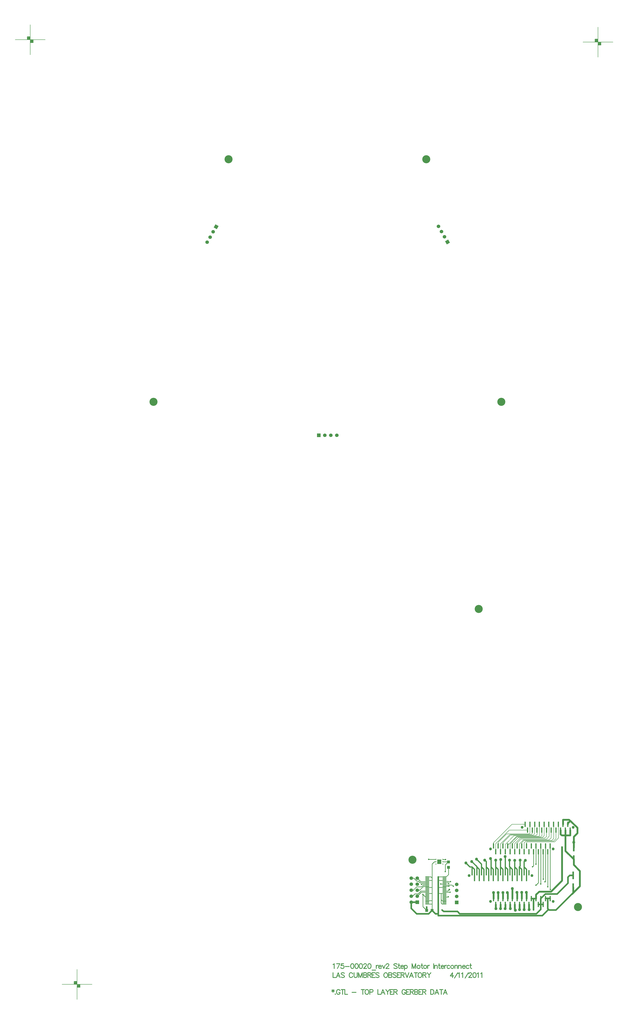
<source format=gtl>
%FSLAX23Y23*%
%MOIN*%
G70*
G01*
G75*
G04 Layer_Physical_Order=1*
G04 Layer_Color=255*
%ADD10R,0.050X0.050*%
%ADD11R,0.022X0.085*%
%ADD12R,0.030X0.125*%
%ADD13O,0.069X0.012*%
%ADD14R,0.071X0.075*%
%ADD15O,0.024X0.010*%
%ADD16R,0.050X0.050*%
%ADD17C,0.010*%
%ADD18C,0.025*%
%ADD19C,0.030*%
%ADD20C,0.020*%
%ADD21C,0.005*%
%ADD22C,0.012*%
%ADD23C,0.008*%
%ADD24C,0.012*%
%ADD25C,0.012*%
%ADD26R,0.059X0.059*%
%ADD27C,0.059*%
%ADD28P,0.084X4X285.0*%
%ADD29C,0.047*%
%ADD30C,0.024*%
%ADD31R,0.059X0.059*%
%ADD32P,0.084X4X165.0*%
%ADD33C,0.134*%
%ADD34C,0.030*%
%ADD35C,0.050*%
D10*
X40620Y20816D02*
D03*
X40710D02*
D03*
D11*
X42323Y21444D02*
D03*
X42244D02*
D03*
X42165D02*
D03*
X42283Y21347D02*
D03*
X42205D02*
D03*
X41378Y21444D02*
D03*
X41417Y21347D02*
D03*
X41457Y21444D02*
D03*
X41496Y21347D02*
D03*
X41535Y21444D02*
D03*
X41575Y21347D02*
D03*
X41614Y21444D02*
D03*
X41654Y21347D02*
D03*
X41693Y21444D02*
D03*
X41732Y21347D02*
D03*
X41772Y21444D02*
D03*
X41811Y21347D02*
D03*
X41850Y21444D02*
D03*
X41890Y21347D02*
D03*
X41929Y21444D02*
D03*
X41969Y21347D02*
D03*
X42008Y21444D02*
D03*
X42047Y21347D02*
D03*
X42087Y21444D02*
D03*
X42126Y21347D02*
D03*
X42261Y22249D02*
D03*
X42301Y22152D02*
D03*
X42340Y22249D02*
D03*
X42379Y22152D02*
D03*
X42419Y22249D02*
D03*
X42458Y22152D02*
D03*
X42498Y22249D02*
D03*
X42537Y22152D02*
D03*
X42576Y22249D02*
D03*
X42616Y22152D02*
D03*
X42655Y22249D02*
D03*
X42694Y22152D02*
D03*
X42734Y22249D02*
D03*
X42773Y22152D02*
D03*
X42813Y22249D02*
D03*
X42852Y22152D02*
D03*
X42891Y22249D02*
D03*
X42931Y22152D02*
D03*
X42970Y22249D02*
D03*
X43009Y22152D02*
D03*
X42678Y21889D02*
D03*
X42599D02*
D03*
X42520D02*
D03*
X42638Y21792D02*
D03*
X42560D02*
D03*
X41733Y21889D02*
D03*
X41772Y21792D02*
D03*
X41812Y21889D02*
D03*
X41851Y21792D02*
D03*
X41890Y21889D02*
D03*
X41930Y21792D02*
D03*
X41969Y21889D02*
D03*
X42009Y21792D02*
D03*
X42048Y21889D02*
D03*
X42087Y21792D02*
D03*
X42127Y21889D02*
D03*
X42166Y21792D02*
D03*
X42205Y21889D02*
D03*
X42245Y21792D02*
D03*
X42284Y21889D02*
D03*
X42324Y21792D02*
D03*
X42363Y21889D02*
D03*
X42402Y21792D02*
D03*
X42442Y21889D02*
D03*
X42481Y21792D02*
D03*
X42678Y21014D02*
D03*
X42599D02*
D03*
X42520D02*
D03*
X42638Y20917D02*
D03*
X42560D02*
D03*
X41733Y21014D02*
D03*
X41772Y20917D02*
D03*
X41812Y21014D02*
D03*
X41851Y20917D02*
D03*
X41890Y21014D02*
D03*
X41930Y20917D02*
D03*
X41969Y21014D02*
D03*
X42009Y20917D02*
D03*
X42048Y21014D02*
D03*
X42087Y20917D02*
D03*
X42127Y21014D02*
D03*
X42166Y20917D02*
D03*
X42205Y21014D02*
D03*
X42245Y20917D02*
D03*
X42284Y21014D02*
D03*
X42324Y20917D02*
D03*
X42363Y21014D02*
D03*
X42402Y20917D02*
D03*
X42442Y21014D02*
D03*
X42481Y20917D02*
D03*
D12*
X43070Y21668D02*
D03*
Y21864D02*
D03*
X43060Y21203D02*
D03*
Y21399D02*
D03*
D13*
X40917Y20922D02*
D03*
Y20942D02*
D03*
Y20962D02*
D03*
Y20981D02*
D03*
Y21001D02*
D03*
Y21021D02*
D03*
Y21040D02*
D03*
Y21060D02*
D03*
Y21080D02*
D03*
Y21099D02*
D03*
X40917Y21119D02*
D03*
X40917Y21139D02*
D03*
Y21158D02*
D03*
Y21178D02*
D03*
Y21198D02*
D03*
Y21217D02*
D03*
Y21237D02*
D03*
Y21257D02*
D03*
Y21276D02*
D03*
Y21296D02*
D03*
Y21316D02*
D03*
Y21336D02*
D03*
Y21355D02*
D03*
Y21375D02*
D03*
X40632Y20922D02*
D03*
Y20942D02*
D03*
Y20962D02*
D03*
Y20981D02*
D03*
Y21001D02*
D03*
Y21021D02*
D03*
Y21040D02*
D03*
Y21060D02*
D03*
Y21080D02*
D03*
Y21099D02*
D03*
Y21119D02*
D03*
Y21139D02*
D03*
Y21158D02*
D03*
Y21178D02*
D03*
Y21198D02*
D03*
Y21217D02*
D03*
Y21237D02*
D03*
Y21257D02*
D03*
Y21276D02*
D03*
Y21296D02*
D03*
Y21316D02*
D03*
Y21336D02*
D03*
Y21355D02*
D03*
Y21375D02*
D03*
D14*
X40832Y21626D02*
D03*
D15*
X40890Y21666D02*
D03*
Y21626D02*
D03*
Y21587D02*
D03*
X40775D02*
D03*
Y21626D02*
D03*
Y21666D02*
D03*
D16*
X40984Y21624D02*
D03*
Y21534D02*
D03*
D17*
X42385Y21542D02*
X42402Y21559D01*
Y21792D01*
X42440Y21587D02*
X42442Y21588D01*
Y21889D01*
X42442Y21237D02*
X42481Y21275D01*
Y21792D01*
X42519Y21257D02*
X42520Y21258D01*
Y21889D01*
X42560Y21340D02*
X42565Y21335D01*
X42560Y21340D02*
Y21792D01*
X42592Y21294D02*
X42599Y21300D01*
Y21889D01*
X42638Y21211D02*
X42638Y21211D01*
Y21792D01*
X42678Y21161D02*
Y21889D01*
X40977Y21274D02*
X40988Y21264D01*
X40977Y21274D02*
Y21276D01*
X40917D02*
X40977D01*
X40973Y21139D02*
X40997Y21163D01*
X40917Y21139D02*
X40973D01*
X40930Y21575D02*
X40981Y21626D01*
X40930Y21463D02*
Y21575D01*
X40917Y21040D02*
X40980D01*
X40982Y21043D01*
X40856Y21257D02*
X40917D01*
X40855Y21256D02*
X40856Y21257D01*
X40557Y21083D02*
X40599Y21040D01*
X40632D01*
X40542Y21257D02*
X40632D01*
X40535Y21251D02*
X40542Y21257D01*
X40557Y20879D02*
Y21083D01*
Y20879D02*
X40620Y20816D01*
X40917Y21375D02*
X40945D01*
X40984Y21414D01*
Y21534D01*
X40710Y21355D02*
Y21589D01*
X40747Y21626D01*
X40775D01*
X40709Y20981D02*
X40710Y20980D01*
Y21355D01*
Y20816D02*
Y20980D01*
X40632Y20981D02*
X40709D01*
X40632Y21316D02*
X40709D01*
X40632Y21198D02*
X40709D01*
X40632Y21099D02*
X40709D01*
X40632Y20922D02*
X40709D01*
X40690Y21375D02*
X40710Y21355D01*
X40632Y21375D02*
X40690D01*
X40816Y21316D02*
X40917D01*
X40815Y21375D02*
X40917D01*
X40813Y21374D02*
X40815Y21375D01*
X42296Y22158D02*
X42301Y22152D01*
X40890Y21626D02*
X40981D01*
X40984Y21624D01*
X40464Y21054D02*
X40530Y21119D01*
X40632D01*
X40364Y21054D02*
X40385D01*
X40425Y21093D01*
X40478D01*
X40523Y21139D02*
X40632D01*
X40478Y21093D02*
X40523Y21139D01*
X40464Y21154D02*
X40502D01*
X40566Y21217D02*
X40632D01*
X40502Y21154D02*
X40566Y21217D01*
X40364Y21154D02*
X40397D01*
X40451Y21208D02*
X40533D01*
X40563Y21237D02*
X40632D01*
X40397Y21154D02*
X40451Y21208D01*
X40533D02*
X40563Y21237D01*
X40364Y21354D02*
X40408D01*
X40458Y21303D01*
X40484D01*
X40511Y21276D01*
X40632D01*
X40464Y21354D02*
X40522Y21296D01*
X40632D01*
X40893Y21663D02*
X40933D01*
X40890Y21666D02*
X40893Y21663D01*
X40656Y21666D02*
X40775D01*
X40655Y21667D02*
X40656Y21666D01*
X42358Y21019D02*
X42363Y21014D01*
X40917Y21218D02*
X40990D01*
X40917Y21217D02*
X40917Y21218D01*
X41017Y21294D02*
X41018Y21295D01*
X40975Y21298D02*
X40979Y21294D01*
X40919Y21298D02*
X40975D01*
X40917Y21296D02*
X40919Y21298D01*
X40979Y21294D02*
X41017D01*
X42678Y21161D02*
X42679Y21163D01*
X40917Y21119D02*
X41010D01*
X40917Y21119D02*
X40917Y21119D01*
X40917Y21237D02*
X40919Y21240D01*
X41042D01*
X41063Y21219D01*
X42479Y20919D02*
X42481Y20917D01*
X42638D02*
X42641Y20915D01*
X42560Y20917D02*
X42561Y20916D01*
X40876Y20981D02*
X40917D01*
X40860Y20997D02*
X40876Y20981D01*
X40815Y21099D02*
X40860D01*
X40917D01*
X40860Y20997D02*
Y21099D01*
X40876Y20922D02*
X40917D01*
X40860Y20938D02*
Y20997D01*
Y20938D02*
X40876Y20922D01*
X40815Y21198D02*
X40917D01*
D18*
X42400Y20917D02*
X42401Y20919D01*
X42400Y20826D02*
Y20917D01*
X42401Y21014D02*
X42442D01*
X42363D02*
X42401D01*
Y20919D02*
Y21014D01*
X42520Y20917D02*
Y21014D01*
Y20917D02*
X42560D01*
X42481D02*
X42520D01*
Y20833D02*
Y20917D01*
X42448Y20761D02*
X42520Y20833D01*
X41172Y20761D02*
X42448D01*
X41135Y20798D02*
X41172Y20761D01*
X42547Y20731D02*
X42649Y20833D01*
X40813Y20731D02*
X42547D01*
X40813D02*
Y21374D01*
X40904Y20798D02*
X41135D01*
X40878Y20824D02*
X40904Y20798D01*
X40620Y20873D02*
X40620Y20872D01*
Y20816D02*
Y20872D01*
X43004Y21399D02*
X43060D01*
X42975Y21370D02*
X43004Y21399D01*
X42975Y21271D02*
Y21370D01*
X42794Y21090D02*
X42975Y21271D01*
X42597Y21090D02*
X42794D01*
X42520Y21014D02*
X42597Y21090D01*
X42675Y21017D02*
X42678Y21014D01*
X42638Y21017D02*
X42675D01*
X42599Y21014D02*
X42602Y21017D01*
X42638D01*
Y20917D02*
Y21017D01*
X40767Y20759D02*
X40813D01*
X42638Y20844D02*
X42649Y20833D01*
X42660Y20822D01*
X40364Y20954D02*
X40464D01*
X40364Y20850D02*
Y20954D01*
Y20850D02*
X40455Y20759D01*
X40654D01*
X40710Y20816D01*
X40767Y20759D01*
X42775Y20822D02*
X43040Y21088D01*
X42660Y20822D02*
X42775D01*
X42638Y20844D02*
Y20917D01*
D19*
X43010Y22307D02*
X43015D01*
X43129Y22193D01*
Y22102D02*
Y22193D01*
X43070Y22043D02*
X43129Y22102D01*
X43070Y21949D02*
Y22043D01*
X42874Y21312D02*
Y21870D01*
X42692Y21131D02*
X42874Y21312D01*
X42494Y21131D02*
X42692D01*
X42442Y21078D02*
X42494Y21131D01*
X42442Y21014D02*
Y21078D01*
X43060Y21108D02*
X43172Y21219D01*
X42869Y22067D02*
X42931D01*
Y21807D02*
Y22067D01*
Y21807D02*
X43070Y21668D01*
Y21575D02*
Y21668D01*
Y21575D02*
X43172Y21473D01*
Y21219D02*
Y21473D01*
X42991Y22326D02*
X43010Y22307D01*
X42892Y22326D02*
X42991D01*
X42891Y22326D02*
X42892Y22326D01*
X42891Y22249D02*
Y22326D01*
X42931Y22067D02*
X43010D01*
X42931D02*
Y22152D01*
X42852Y22083D02*
X42869Y22067D01*
X42852Y22083D02*
Y22152D01*
X41930Y20848D02*
Y20917D01*
X41927Y20846D02*
X41930Y20848D01*
X41851Y20847D02*
Y20917D01*
Y20847D02*
X41852Y20846D01*
X41772Y20846D02*
Y20917D01*
Y20846D02*
X41773Y20846D01*
X42009Y20851D02*
Y20917D01*
Y20851D02*
X42014Y20846D01*
X41733Y21014D02*
Y21112D01*
X41733Y21113D01*
X41812Y21014D02*
Y21112D01*
X41812Y21113D01*
X41890Y21014D02*
Y21112D01*
X41890Y21113D02*
X41890Y21112D01*
X41969Y21014D02*
Y21109D01*
X41965Y21113D02*
X41969Y21109D01*
X42048Y21014D02*
Y21180D01*
X42048Y21180D01*
X42127Y21014D02*
Y21112D01*
X42124Y21115D02*
X42127Y21112D01*
X42205Y21014D02*
Y21113D01*
X42204Y21115D02*
X42205Y21113D01*
X42284Y21014D02*
Y21111D01*
X42280Y21115D02*
X42284Y21111D01*
X43070Y21864D02*
Y21948D01*
X43070Y21949D02*
X43070Y21948D01*
X43060Y21108D02*
Y21203D01*
X43040Y21088D02*
X43060Y21108D01*
X43009Y22067D02*
Y22152D01*
Y22067D02*
X43010Y22067D01*
X42087Y20828D02*
Y20917D01*
Y20828D02*
X42096Y20820D01*
X42166Y20828D02*
Y20917D01*
Y20828D02*
X42166Y20828D01*
X42245Y20828D02*
Y20917D01*
X42244Y20828D02*
X42245Y20828D01*
X42324Y20830D02*
Y20917D01*
Y20830D02*
X42326Y20828D01*
X42970Y22249D02*
Y22266D01*
X43010Y22307D01*
D20*
X41683Y21679D02*
X41693Y21669D01*
Y21539D02*
Y21669D01*
Y21539D02*
X41732Y21500D01*
Y21347D02*
Y21500D01*
X41770Y21653D02*
X41772Y21651D01*
Y21539D02*
Y21651D01*
Y21539D02*
X41811Y21500D01*
Y21347D02*
Y21500D01*
X41850Y21657D02*
X41855Y21662D01*
X41850Y21539D02*
Y21657D01*
Y21539D02*
X41890Y21500D01*
Y21347D02*
Y21500D01*
X41588Y21654D02*
X41614Y21628D01*
Y21539D02*
Y21628D01*
Y21539D02*
X41654Y21500D01*
Y21347D02*
Y21500D01*
X41451Y21671D02*
X41535Y21586D01*
Y21539D02*
Y21586D01*
Y21539D02*
X41575Y21500D01*
Y21347D02*
Y21500D01*
X41370Y21631D02*
X41457Y21545D01*
Y21539D02*
Y21545D01*
Y21539D02*
X41496Y21500D01*
Y21356D02*
Y21500D01*
X41274Y21607D02*
X41342Y21539D01*
X41378D01*
X41417Y21500D01*
X42002Y21544D02*
Y21653D01*
X42047Y21347D02*
Y21500D01*
X42008Y21539D02*
X42047Y21500D01*
X42002Y21544D02*
X42008Y21539D01*
X42087Y21650D02*
X42087Y21651D01*
X42087Y21539D02*
Y21650D01*
Y21539D02*
X42126Y21500D01*
Y21347D02*
Y21500D01*
X42178Y21552D02*
Y21653D01*
X42165Y21539D02*
X42178Y21552D01*
X42165Y21539D02*
X42205Y21500D01*
Y21347D02*
Y21500D01*
X42244Y21629D02*
X42263Y21649D01*
X42244Y21539D02*
Y21629D01*
Y21539D02*
X42283Y21500D01*
Y21347D02*
Y21500D01*
X41969Y21347D02*
Y21500D01*
X41929Y21539D02*
X41969Y21500D01*
X41928Y21713D02*
Y21714D01*
X41378Y21444D02*
Y21539D01*
X41417Y21346D02*
Y21347D01*
Y21500D01*
X41457Y21444D02*
Y21539D01*
X41535Y21444D02*
Y21539D01*
X41614Y21444D02*
Y21539D01*
X41693Y21444D02*
Y21539D01*
X41772Y21444D02*
Y21539D01*
X41850Y21444D02*
Y21539D01*
X41929Y21444D02*
Y21539D01*
X42008Y21444D02*
Y21539D01*
X42087Y21444D02*
Y21539D01*
X42165Y21444D02*
Y21539D01*
X42244Y21444D02*
Y21539D01*
X41929D02*
Y21717D01*
D21*
X42818Y22023D02*
Y22243D01*
X42813Y22249D02*
X42818Y22243D01*
X42773Y22152D02*
X42773Y22152D01*
X42205Y21889D02*
Y21943D01*
X42705Y21979D02*
X42738Y22012D01*
Y22244D01*
X42734Y22249D02*
X42738Y22244D01*
X42694Y22024D02*
Y22152D01*
X42127Y21889D02*
Y21940D01*
X42617Y22004D02*
X42661Y22048D01*
Y22243D01*
X42655Y22249D02*
X42661Y22243D01*
X42127Y21940D02*
X42190Y22004D01*
X42617D01*
X42087Y21792D02*
Y21926D01*
X42616Y22045D02*
Y22152D01*
X42087Y21926D02*
X42179Y22018D01*
X42048Y21889D02*
Y21928D01*
X42147Y22028D01*
X42546D01*
X42009Y21792D02*
Y21923D01*
X42518Y22038D02*
X42539Y22059D01*
Y22150D01*
X42537Y22152D02*
X42539Y22150D01*
X42009Y21923D02*
X42123Y22038D01*
X42518D01*
X41969Y21889D02*
Y21898D01*
X42119Y22048D01*
X42491D02*
X42499Y22056D01*
Y22247D01*
X42498Y22249D02*
X42499Y22247D01*
X42119Y22048D02*
X42491D01*
X41930Y21792D02*
Y21914D01*
X42074Y22058D01*
X42436D02*
X42460Y22082D01*
Y22150D01*
X42458Y22152D02*
X42460Y22150D01*
X42074Y22058D02*
X42436D01*
X41890Y21889D02*
X41895Y21894D01*
Y21946D01*
X42017Y22068D01*
X42395D01*
X42416Y22089D01*
Y22246D01*
X42419Y22249D01*
X41851Y21792D02*
Y21922D01*
X42379Y22099D02*
Y22152D01*
X41851Y21922D02*
X42006Y22078D01*
X41812Y21889D02*
X41818Y21896D01*
Y21957D01*
X42332Y22088D02*
X42340Y22095D01*
Y22249D01*
X41772Y21792D02*
Y21927D01*
X41733Y21889D02*
Y21943D01*
X42039Y22249D02*
X42261D01*
X41733Y21943D02*
X42039Y22249D01*
X42750Y21955D02*
X42818Y22023D01*
X42205Y21943D02*
X42241Y21979D01*
X42705D01*
X42245Y21792D02*
Y21940D01*
X42273Y21969D01*
X42284Y21889D02*
Y21946D01*
X42292Y21955D01*
X42750D01*
X42166Y21792D02*
Y21922D01*
X42232Y21989D01*
X42006Y22078D02*
X42359D01*
X42379Y22099D01*
X42179Y22018D02*
X42588D01*
X42616Y22045D01*
X42232Y21989D02*
X42660D01*
X42694Y22024D01*
X42273Y21969D02*
X42733D01*
X42773Y22009D01*
Y22152D01*
X41772Y21927D02*
X41998Y22152D01*
X42301D01*
X41818Y21957D02*
X41949Y22088D01*
X42332D01*
X42546Y22028D02*
X42576Y22058D01*
Y22249D01*
D22*
X39060Y19499D02*
Y19453D01*
X39041Y19488D02*
X39079Y19465D01*
Y19488D02*
X39041Y19465D01*
X39099Y19427D02*
X39095Y19423D01*
X39099Y19419D01*
X39103Y19423D01*
X39099Y19427D01*
X39177Y19480D02*
X39173Y19488D01*
X39166Y19495D01*
X39158Y19499D01*
X39143D01*
X39135Y19495D01*
X39128Y19488D01*
X39124Y19480D01*
X39120Y19469D01*
Y19450D01*
X39124Y19438D01*
X39128Y19431D01*
X39135Y19423D01*
X39143Y19419D01*
X39158D01*
X39166Y19423D01*
X39173Y19431D01*
X39177Y19438D01*
Y19450D01*
X39158D02*
X39177D01*
X39222Y19499D02*
Y19419D01*
X39196Y19499D02*
X39249D01*
X39258D02*
Y19419D01*
X39304D01*
X39376Y19453D02*
X39444D01*
X39557Y19499D02*
Y19419D01*
X39531Y19499D02*
X39584D01*
X39616D02*
X39609Y19495D01*
X39601Y19488D01*
X39597Y19480D01*
X39594Y19469D01*
Y19450D01*
X39597Y19438D01*
X39601Y19431D01*
X39609Y19423D01*
X39616Y19419D01*
X39632D01*
X39639Y19423D01*
X39647Y19431D01*
X39651Y19438D01*
X39655Y19450D01*
Y19469D01*
X39651Y19480D01*
X39647Y19488D01*
X39639Y19495D01*
X39632Y19499D01*
X39616D01*
X39673Y19457D02*
X39707D01*
X39719Y19461D01*
X39723Y19465D01*
X39727Y19472D01*
Y19484D01*
X39723Y19492D01*
X39719Y19495D01*
X39707Y19499D01*
X39673D01*
Y19419D01*
X39807Y19499D02*
Y19419D01*
X39853D01*
X39923D02*
X39892Y19499D01*
X39862Y19419D01*
X39873Y19446D02*
X39911D01*
X39941Y19499D02*
X39972Y19461D01*
Y19419D01*
X40002Y19499D02*
X39972Y19461D01*
X40062Y19499D02*
X40013D01*
Y19419D01*
X40062D01*
X40013Y19461D02*
X40043D01*
X40075Y19499D02*
Y19419D01*
Y19499D02*
X40110D01*
X40121Y19495D01*
X40125Y19492D01*
X40129Y19484D01*
Y19476D01*
X40125Y19469D01*
X40121Y19465D01*
X40110Y19461D01*
X40075D01*
X40102D02*
X40129Y19419D01*
X40267Y19480D02*
X40263Y19488D01*
X40255Y19495D01*
X40248Y19499D01*
X40232D01*
X40225Y19495D01*
X40217Y19488D01*
X40213Y19480D01*
X40209Y19469D01*
Y19450D01*
X40213Y19438D01*
X40217Y19431D01*
X40225Y19423D01*
X40232Y19419D01*
X40248D01*
X40255Y19423D01*
X40263Y19431D01*
X40267Y19438D01*
Y19450D01*
X40248D02*
X40267D01*
X40334Y19499D02*
X40285D01*
Y19419D01*
X40334D01*
X40285Y19461D02*
X40315D01*
X40348Y19499D02*
Y19419D01*
Y19499D02*
X40382D01*
X40393Y19495D01*
X40397Y19492D01*
X40401Y19484D01*
Y19476D01*
X40397Y19469D01*
X40393Y19465D01*
X40382Y19461D01*
X40348D01*
X40374D02*
X40401Y19419D01*
X40419Y19499D02*
Y19419D01*
Y19499D02*
X40453D01*
X40465Y19495D01*
X40468Y19492D01*
X40472Y19484D01*
Y19476D01*
X40468Y19469D01*
X40465Y19465D01*
X40453Y19461D01*
X40419D02*
X40453D01*
X40465Y19457D01*
X40468Y19453D01*
X40472Y19446D01*
Y19434D01*
X40468Y19427D01*
X40465Y19423D01*
X40453Y19419D01*
X40419D01*
X40540Y19499D02*
X40490D01*
Y19419D01*
X40540D01*
X40490Y19461D02*
X40521D01*
X40553Y19499D02*
Y19419D01*
Y19499D02*
X40587D01*
X40599Y19495D01*
X40603Y19492D01*
X40606Y19484D01*
Y19476D01*
X40603Y19469D01*
X40599Y19465D01*
X40587Y19461D01*
X40553D01*
X40580D02*
X40606Y19419D01*
X40687Y19499D02*
Y19419D01*
Y19499D02*
X40714D01*
X40725Y19495D01*
X40733Y19488D01*
X40737Y19480D01*
X40740Y19469D01*
Y19450D01*
X40737Y19438D01*
X40733Y19431D01*
X40725Y19423D01*
X40714Y19419D01*
X40687D01*
X40819D02*
X40789Y19499D01*
X40758Y19419D01*
X40770Y19446D02*
X40808D01*
X40865Y19499D02*
Y19419D01*
X40838Y19499D02*
X40891D01*
X40962Y19419D02*
X40931Y19499D01*
X40901Y19419D01*
X40912Y19446D02*
X40950D01*
D23*
X43223Y35265D02*
X43723D01*
X43473Y35015D02*
Y35515D01*
X43423Y35265D02*
Y35315D01*
X43473D01*
X43523Y35215D02*
Y35265D01*
X43473Y35215D02*
X43523D01*
X43478Y35260D02*
X43518D01*
Y35220D02*
Y35260D01*
X43478Y35220D02*
X43518D01*
X43478D02*
Y35260D01*
X43483Y35255D02*
X43513D01*
Y35225D02*
Y35255D01*
X43483Y35225D02*
X43513D01*
X43483D02*
Y35250D01*
X43488D02*
X43508D01*
Y35230D02*
Y35250D01*
X43488Y35230D02*
X43508D01*
X43488D02*
Y35245D01*
X43493D02*
X43503D01*
Y35235D02*
Y35245D01*
X43493Y35235D02*
X43503D01*
X43493D02*
Y35245D01*
Y35240D02*
X43503D01*
X43428Y35310D02*
X43468D01*
Y35270D02*
Y35310D01*
X43428Y35270D02*
X43468D01*
X43428D02*
Y35310D01*
X43433Y35305D02*
X43463D01*
Y35275D02*
Y35305D01*
X43433Y35275D02*
X43463D01*
X43433D02*
Y35300D01*
X43438D02*
X43458D01*
Y35280D02*
Y35300D01*
X43438Y35280D02*
X43458D01*
X43438D02*
Y35295D01*
X43443D02*
X43453D01*
Y35285D02*
Y35295D01*
X43443Y35285D02*
X43453D01*
X43443D02*
Y35295D01*
Y35290D02*
X43453D01*
X34548Y19586D02*
X35048D01*
X34798Y19336D02*
Y19836D01*
X34748Y19586D02*
Y19636D01*
X34798D01*
X34848Y19536D02*
Y19586D01*
X34798Y19536D02*
X34848D01*
X34803Y19581D02*
X34843D01*
Y19541D02*
Y19581D01*
X34803Y19541D02*
X34843D01*
X34803D02*
Y19581D01*
X34808Y19576D02*
X34838D01*
Y19546D02*
Y19576D01*
X34808Y19546D02*
X34838D01*
X34808D02*
Y19571D01*
X34813D02*
X34833D01*
Y19551D02*
Y19571D01*
X34813Y19551D02*
X34833D01*
X34813D02*
Y19566D01*
X34818D02*
X34828D01*
Y19556D02*
Y19566D01*
X34818Y19556D02*
X34828D01*
X34818D02*
Y19566D01*
Y19561D02*
X34828D01*
X34753Y19631D02*
X34793D01*
Y19591D02*
Y19631D01*
X34753Y19591D02*
X34793D01*
X34753D02*
Y19631D01*
X34758Y19626D02*
X34788D01*
Y19596D02*
Y19626D01*
X34758Y19596D02*
X34788D01*
X34758D02*
Y19621D01*
X34763D02*
X34783D01*
Y19601D02*
Y19621D01*
X34763Y19601D02*
X34783D01*
X34763D02*
Y19616D01*
X34768D02*
X34778D01*
Y19606D02*
Y19616D01*
X34768Y19606D02*
X34778D01*
X34768D02*
Y19616D01*
Y19611D02*
X34778D01*
X33767Y35306D02*
X34267D01*
X34017Y35056D02*
Y35556D01*
X33967Y35306D02*
Y35356D01*
X34017D01*
X34067Y35256D02*
Y35306D01*
X34017Y35256D02*
X34067D01*
X34022Y35301D02*
X34062D01*
Y35261D02*
Y35301D01*
X34022Y35261D02*
X34062D01*
X34022D02*
Y35301D01*
X34027Y35296D02*
X34057D01*
Y35266D02*
Y35296D01*
X34027Y35266D02*
X34057D01*
X34027D02*
Y35291D01*
X34032D02*
X34052D01*
Y35271D02*
Y35291D01*
X34032Y35271D02*
X34052D01*
X34032D02*
Y35286D01*
X34037D02*
X34047D01*
Y35276D02*
Y35286D01*
X34037Y35276D02*
X34047D01*
X34037D02*
Y35286D01*
Y35281D02*
X34047D01*
X33972Y35351D02*
X34012D01*
Y35311D02*
Y35351D01*
X33972Y35311D02*
X34012D01*
X33972D02*
Y35351D01*
X33977Y35346D02*
X34007D01*
Y35316D02*
Y35346D01*
X33977Y35316D02*
X34007D01*
X33977D02*
Y35341D01*
X33982D02*
X34002D01*
Y35321D02*
Y35341D01*
X33982Y35321D02*
X34002D01*
X33982D02*
Y35336D01*
X33987D02*
X33997D01*
Y35326D02*
Y35336D01*
X33987Y35326D02*
X33997D01*
X33987D02*
Y35336D01*
Y35331D02*
X33997D01*
D24*
X39062Y19915D02*
X39069Y19918D01*
X39081Y19930D01*
Y19850D01*
X39174Y19930D02*
X39135Y19850D01*
X39120Y19930D02*
X39174D01*
X39237D02*
X39199D01*
X39195Y19895D01*
X39199Y19899D01*
X39211Y19903D01*
X39222D01*
X39233Y19899D01*
X39241Y19892D01*
X39245Y19880D01*
Y19873D01*
X39241Y19861D01*
X39233Y19854D01*
X39222Y19850D01*
X39211D01*
X39199Y19854D01*
X39195Y19857D01*
X39191Y19865D01*
X39263Y19884D02*
X39331D01*
X39378Y19930D02*
X39366Y19926D01*
X39359Y19915D01*
X39355Y19895D01*
Y19884D01*
X39359Y19865D01*
X39366Y19854D01*
X39378Y19850D01*
X39385D01*
X39397Y19854D01*
X39404Y19865D01*
X39408Y19884D01*
Y19895D01*
X39404Y19915D01*
X39397Y19926D01*
X39385Y19930D01*
X39378D01*
X39449D02*
X39438Y19926D01*
X39430Y19915D01*
X39426Y19895D01*
Y19884D01*
X39430Y19865D01*
X39438Y19854D01*
X39449Y19850D01*
X39457D01*
X39468Y19854D01*
X39476Y19865D01*
X39479Y19884D01*
Y19895D01*
X39476Y19915D01*
X39468Y19926D01*
X39457Y19930D01*
X39449D01*
X39520D02*
X39509Y19926D01*
X39501Y19915D01*
X39497Y19895D01*
Y19884D01*
X39501Y19865D01*
X39509Y19854D01*
X39520Y19850D01*
X39528D01*
X39539Y19854D01*
X39547Y19865D01*
X39551Y19884D01*
Y19895D01*
X39547Y19915D01*
X39539Y19926D01*
X39528Y19930D01*
X39520D01*
X39572Y19911D02*
Y19915D01*
X39576Y19922D01*
X39580Y19926D01*
X39588Y19930D01*
X39603D01*
X39610Y19926D01*
X39614Y19922D01*
X39618Y19915D01*
Y19907D01*
X39614Y19899D01*
X39607Y19888D01*
X39569Y19850D01*
X39622D01*
X39663Y19930D02*
X39651Y19926D01*
X39644Y19915D01*
X39640Y19895D01*
Y19884D01*
X39644Y19865D01*
X39651Y19854D01*
X39663Y19850D01*
X39670D01*
X39682Y19854D01*
X39689Y19865D01*
X39693Y19884D01*
Y19895D01*
X39689Y19915D01*
X39682Y19926D01*
X39670Y19930D01*
X39663D01*
X39711Y19823D02*
X39772D01*
X39782Y19903D02*
Y19850D01*
Y19880D02*
X39786Y19892D01*
X39794Y19899D01*
X39801Y19903D01*
X39813D01*
X39820Y19880D02*
X39866D01*
Y19888D01*
X39862Y19895D01*
X39858Y19899D01*
X39850Y19903D01*
X39839D01*
X39831Y19899D01*
X39824Y19892D01*
X39820Y19880D01*
Y19873D01*
X39824Y19861D01*
X39831Y19854D01*
X39839Y19850D01*
X39850D01*
X39858Y19854D01*
X39866Y19861D01*
X39883Y19903D02*
X39906Y19850D01*
X39928Y19903D02*
X39906Y19850D01*
X39945Y19911D02*
Y19915D01*
X39949Y19922D01*
X39953Y19926D01*
X39960Y19930D01*
X39976D01*
X39983Y19926D01*
X39987Y19922D01*
X39991Y19915D01*
Y19907D01*
X39987Y19899D01*
X39979Y19888D01*
X39941Y19850D01*
X39995D01*
X40129Y19918D02*
X40121Y19926D01*
X40110Y19930D01*
X40095D01*
X40083Y19926D01*
X40075Y19918D01*
Y19911D01*
X40079Y19903D01*
X40083Y19899D01*
X40091Y19895D01*
X40114Y19888D01*
X40121Y19884D01*
X40125Y19880D01*
X40129Y19873D01*
Y19861D01*
X40121Y19854D01*
X40110Y19850D01*
X40095D01*
X40083Y19854D01*
X40075Y19861D01*
X40158Y19930D02*
Y19865D01*
X40162Y19854D01*
X40170Y19850D01*
X40177D01*
X40147Y19903D02*
X40173D01*
X40189Y19880D02*
X40234D01*
Y19888D01*
X40230Y19895D01*
X40227Y19899D01*
X40219Y19903D01*
X40208D01*
X40200Y19899D01*
X40192Y19892D01*
X40189Y19880D01*
Y19873D01*
X40192Y19861D01*
X40200Y19854D01*
X40208Y19850D01*
X40219D01*
X40227Y19854D01*
X40234Y19861D01*
X40251Y19903D02*
Y19823D01*
Y19892D02*
X40259Y19899D01*
X40267Y19903D01*
X40278D01*
X40286Y19899D01*
X40293Y19892D01*
X40297Y19880D01*
Y19873D01*
X40293Y19861D01*
X40286Y19854D01*
X40278Y19850D01*
X40267D01*
X40259Y19854D01*
X40251Y19861D01*
X40377Y19930D02*
Y19850D01*
Y19930D02*
X40408Y19850D01*
X40438Y19930D02*
X40408Y19850D01*
X40438Y19930D02*
Y19850D01*
X40480Y19903D02*
X40472Y19899D01*
X40465Y19892D01*
X40461Y19880D01*
Y19873D01*
X40465Y19861D01*
X40472Y19854D01*
X40480Y19850D01*
X40491D01*
X40499Y19854D01*
X40507Y19861D01*
X40510Y19873D01*
Y19880D01*
X40507Y19892D01*
X40499Y19899D01*
X40491Y19903D01*
X40480D01*
X40539Y19930D02*
Y19865D01*
X40543Y19854D01*
X40551Y19850D01*
X40558D01*
X40528Y19903D02*
X40555D01*
X40589D02*
X40581Y19899D01*
X40574Y19892D01*
X40570Y19880D01*
Y19873D01*
X40574Y19861D01*
X40581Y19854D01*
X40589Y19850D01*
X40600D01*
X40608Y19854D01*
X40616Y19861D01*
X40619Y19873D01*
Y19880D01*
X40616Y19892D01*
X40608Y19899D01*
X40600Y19903D01*
X40589D01*
X40637D02*
Y19850D01*
Y19880D02*
X40641Y19892D01*
X40648Y19899D01*
X40656Y19903D01*
X40667D01*
X40737Y19930D02*
Y19850D01*
X40754Y19903D02*
Y19850D01*
Y19888D02*
X40766Y19899D01*
X40773Y19903D01*
X40785D01*
X40792Y19899D01*
X40796Y19888D01*
Y19850D01*
X40828Y19930D02*
Y19865D01*
X40832Y19854D01*
X40840Y19850D01*
X40848D01*
X40817Y19903D02*
X40844D01*
X40859Y19880D02*
X40905D01*
Y19888D01*
X40901Y19895D01*
X40897Y19899D01*
X40889Y19903D01*
X40878D01*
X40870Y19899D01*
X40863Y19892D01*
X40859Y19880D01*
Y19873D01*
X40863Y19861D01*
X40870Y19854D01*
X40878Y19850D01*
X40889D01*
X40897Y19854D01*
X40905Y19861D01*
X40922Y19903D02*
Y19850D01*
Y19880D02*
X40926Y19892D01*
X40933Y19899D01*
X40941Y19903D01*
X40952D01*
X41005Y19892D02*
X40998Y19899D01*
X40990Y19903D01*
X40979D01*
X40971Y19899D01*
X40963Y19892D01*
X40959Y19880D01*
Y19873D01*
X40963Y19861D01*
X40971Y19854D01*
X40979Y19850D01*
X40990D01*
X40998Y19854D01*
X41005Y19861D01*
X41041Y19903D02*
X41034Y19899D01*
X41026Y19892D01*
X41022Y19880D01*
Y19873D01*
X41026Y19861D01*
X41034Y19854D01*
X41041Y19850D01*
X41053D01*
X41060Y19854D01*
X41068Y19861D01*
X41072Y19873D01*
Y19880D01*
X41068Y19892D01*
X41060Y19899D01*
X41053Y19903D01*
X41041D01*
X41089D02*
Y19850D01*
Y19888D02*
X41101Y19899D01*
X41108Y19903D01*
X41120D01*
X41127Y19899D01*
X41131Y19888D01*
Y19850D01*
X41152Y19903D02*
Y19850D01*
Y19888D02*
X41164Y19899D01*
X41171Y19903D01*
X41183D01*
X41190Y19899D01*
X41194Y19888D01*
Y19850D01*
X41215Y19880D02*
X41261D01*
Y19888D01*
X41257Y19895D01*
X41253Y19899D01*
X41246Y19903D01*
X41234D01*
X41226Y19899D01*
X41219Y19892D01*
X41215Y19880D01*
Y19873D01*
X41219Y19861D01*
X41226Y19854D01*
X41234Y19850D01*
X41246D01*
X41253Y19854D01*
X41261Y19861D01*
X41324Y19892D02*
X41316Y19899D01*
X41308Y19903D01*
X41297D01*
X41289Y19899D01*
X41282Y19892D01*
X41278Y19880D01*
Y19873D01*
X41282Y19861D01*
X41289Y19854D01*
X41297Y19850D01*
X41308D01*
X41316Y19854D01*
X41324Y19861D01*
X41352Y19930D02*
Y19865D01*
X41356Y19854D01*
X41364Y19850D01*
X41371D01*
X41341Y19903D02*
X41367D01*
D25*
X39062Y19780D02*
Y19700D01*
X39107D01*
X39177D02*
X39147Y19780D01*
X39116Y19700D01*
X39127Y19726D02*
X39166D01*
X39249Y19768D02*
X39241Y19776D01*
X39230Y19780D01*
X39215D01*
X39203Y19776D01*
X39196Y19768D01*
Y19761D01*
X39199Y19753D01*
X39203Y19749D01*
X39211Y19745D01*
X39234Y19738D01*
X39241Y19734D01*
X39245Y19730D01*
X39249Y19723D01*
Y19711D01*
X39241Y19704D01*
X39230Y19700D01*
X39215D01*
X39203Y19704D01*
X39196Y19711D01*
X39387Y19761D02*
X39383Y19768D01*
X39375Y19776D01*
X39368Y19780D01*
X39353D01*
X39345Y19776D01*
X39337Y19768D01*
X39334Y19761D01*
X39330Y19749D01*
Y19730D01*
X39334Y19719D01*
X39337Y19711D01*
X39345Y19704D01*
X39353Y19700D01*
X39368D01*
X39375Y19704D01*
X39383Y19711D01*
X39387Y19719D01*
X39409Y19780D02*
Y19723D01*
X39413Y19711D01*
X39421Y19704D01*
X39432Y19700D01*
X39440D01*
X39451Y19704D01*
X39459Y19711D01*
X39463Y19723D01*
Y19780D01*
X39485D02*
Y19700D01*
Y19780D02*
X39515Y19700D01*
X39546Y19780D02*
X39515Y19700D01*
X39546Y19780D02*
Y19700D01*
X39569Y19780D02*
Y19700D01*
Y19780D02*
X39603D01*
X39614Y19776D01*
X39618Y19772D01*
X39622Y19764D01*
Y19757D01*
X39618Y19749D01*
X39614Y19745D01*
X39603Y19742D01*
X39569D02*
X39603D01*
X39614Y19738D01*
X39618Y19734D01*
X39622Y19726D01*
Y19715D01*
X39618Y19707D01*
X39614Y19704D01*
X39603Y19700D01*
X39569D01*
X39640Y19780D02*
Y19700D01*
Y19780D02*
X39674D01*
X39685Y19776D01*
X39689Y19772D01*
X39693Y19764D01*
Y19757D01*
X39689Y19749D01*
X39685Y19745D01*
X39674Y19742D01*
X39640D01*
X39666D02*
X39693Y19700D01*
X39760Y19780D02*
X39711D01*
Y19700D01*
X39760D01*
X39711Y19742D02*
X39741D01*
X39827Y19768D02*
X39820Y19776D01*
X39808Y19780D01*
X39793D01*
X39781Y19776D01*
X39774Y19768D01*
Y19761D01*
X39778Y19753D01*
X39781Y19749D01*
X39789Y19745D01*
X39812Y19738D01*
X39820Y19734D01*
X39823Y19730D01*
X39827Y19723D01*
Y19711D01*
X39820Y19704D01*
X39808Y19700D01*
X39793D01*
X39781Y19704D01*
X39774Y19711D01*
X39931Y19780D02*
X39923Y19776D01*
X39916Y19768D01*
X39912Y19761D01*
X39908Y19749D01*
Y19730D01*
X39912Y19719D01*
X39916Y19711D01*
X39923Y19704D01*
X39931Y19700D01*
X39946D01*
X39954Y19704D01*
X39961Y19711D01*
X39965Y19719D01*
X39969Y19730D01*
Y19749D01*
X39965Y19761D01*
X39961Y19768D01*
X39954Y19776D01*
X39946Y19780D01*
X39931D01*
X39987D02*
Y19700D01*
Y19780D02*
X40022D01*
X40033Y19776D01*
X40037Y19772D01*
X40041Y19764D01*
Y19757D01*
X40037Y19749D01*
X40033Y19745D01*
X40022Y19742D01*
X39987D02*
X40022D01*
X40033Y19738D01*
X40037Y19734D01*
X40041Y19726D01*
Y19715D01*
X40037Y19707D01*
X40033Y19704D01*
X40022Y19700D01*
X39987D01*
X40112Y19768D02*
X40104Y19776D01*
X40093Y19780D01*
X40078D01*
X40066Y19776D01*
X40059Y19768D01*
Y19761D01*
X40063Y19753D01*
X40066Y19749D01*
X40074Y19745D01*
X40097Y19738D01*
X40104Y19734D01*
X40108Y19730D01*
X40112Y19723D01*
Y19711D01*
X40104Y19704D01*
X40093Y19700D01*
X40078D01*
X40066Y19704D01*
X40059Y19711D01*
X40179Y19780D02*
X40130D01*
Y19700D01*
X40179D01*
X40130Y19742D02*
X40160D01*
X40193Y19780D02*
Y19700D01*
Y19780D02*
X40227D01*
X40238Y19776D01*
X40242Y19772D01*
X40246Y19764D01*
Y19757D01*
X40242Y19749D01*
X40238Y19745D01*
X40227Y19742D01*
X40193D01*
X40219D02*
X40246Y19700D01*
X40264Y19780D02*
X40294Y19700D01*
X40325Y19780D02*
X40294Y19700D01*
X40396D02*
X40366Y19780D01*
X40335Y19700D01*
X40347Y19726D02*
X40385D01*
X40441Y19780D02*
Y19700D01*
X40415Y19780D02*
X40468D01*
X40501D02*
X40493Y19776D01*
X40485Y19768D01*
X40481Y19761D01*
X40478Y19749D01*
Y19730D01*
X40481Y19719D01*
X40485Y19711D01*
X40493Y19704D01*
X40501Y19700D01*
X40516D01*
X40523Y19704D01*
X40531Y19711D01*
X40535Y19719D01*
X40539Y19730D01*
Y19749D01*
X40535Y19761D01*
X40531Y19768D01*
X40523Y19776D01*
X40516Y19780D01*
X40501D01*
X40557D02*
Y19700D01*
Y19780D02*
X40592D01*
X40603Y19776D01*
X40607Y19772D01*
X40611Y19764D01*
Y19757D01*
X40607Y19749D01*
X40603Y19745D01*
X40592Y19742D01*
X40557D01*
X40584D02*
X40611Y19700D01*
X40629Y19780D02*
X40659Y19742D01*
Y19700D01*
X40689Y19780D02*
X40659Y19742D01*
X41052Y19780D02*
X41014Y19726D01*
X41071D01*
X41052Y19780D02*
Y19700D01*
X41085Y19688D02*
X41138Y19780D01*
X41144Y19764D02*
X41151Y19768D01*
X41163Y19780D01*
Y19700D01*
X41202Y19764D02*
X41210Y19768D01*
X41222Y19780D01*
Y19700D01*
X41261Y19688D02*
X41314Y19780D01*
X41324Y19761D02*
Y19764D01*
X41327Y19772D01*
X41331Y19776D01*
X41339Y19780D01*
X41354D01*
X41362Y19776D01*
X41365Y19772D01*
X41369Y19764D01*
Y19757D01*
X41365Y19749D01*
X41358Y19738D01*
X41320Y19700D01*
X41373D01*
X41414Y19780D02*
X41402Y19776D01*
X41395Y19764D01*
X41391Y19745D01*
Y19734D01*
X41395Y19715D01*
X41402Y19704D01*
X41414Y19700D01*
X41421D01*
X41433Y19704D01*
X41441Y19715D01*
X41444Y19734D01*
Y19745D01*
X41441Y19764D01*
X41433Y19776D01*
X41421Y19780D01*
X41414D01*
X41462Y19764D02*
X41470Y19768D01*
X41481Y19780D01*
Y19700D01*
X41521Y19764D02*
X41528Y19768D01*
X41540Y19780D01*
Y19700D01*
D26*
X40464Y20954D02*
D03*
X41120Y20951D02*
D03*
D27*
X40364Y20954D02*
D03*
X40464Y21054D02*
D03*
X40364Y21054D02*
D03*
X40464Y21154D02*
D03*
X40364D02*
D03*
X40464Y21254D02*
D03*
X40364D02*
D03*
X40464Y21354D02*
D03*
X40364D02*
D03*
X36963Y31935D02*
D03*
X37013Y32021D02*
D03*
X37063Y32108D02*
D03*
X41120Y21251D02*
D03*
Y21151D02*
D03*
Y21051D02*
D03*
X39123Y28724D02*
D03*
X39023D02*
D03*
X38923D02*
D03*
X40818Y32199D02*
D03*
X40868Y32113D02*
D03*
X40918Y32026D02*
D03*
D28*
X37113Y32194D02*
D03*
D29*
X41328Y21396D02*
D03*
X42373D02*
D03*
X42211Y22201D02*
D03*
X43060D02*
D03*
X41683Y21841D02*
D03*
X42728Y21841D02*
D03*
X41683Y20966D02*
D03*
X42728Y20966D02*
D03*
D30*
X40832Y21607D02*
D03*
Y21646D02*
D03*
X42442Y21237D02*
D03*
X42519Y21257D02*
D03*
X42565Y21335D02*
D03*
X42592Y21294D02*
D03*
X42638Y21211D02*
D03*
X40988Y21264D02*
D03*
X40878Y20824D02*
D03*
X40620Y20873D02*
D03*
X40930Y21463D02*
D03*
X40982Y21043D02*
D03*
X40855Y21256D02*
D03*
X40535Y21251D02*
D03*
X40557Y21083D02*
D03*
X42440Y21587D02*
D03*
X40933Y21663D02*
D03*
X40655Y21667D02*
D03*
X42385Y21542D02*
D03*
X40990Y21218D02*
D03*
X41018Y21295D02*
D03*
X42679Y21163D02*
D03*
X41010Y21119D02*
D03*
X41063Y21219D02*
D03*
D31*
X38823Y28724D02*
D03*
D32*
X40968Y31939D02*
D03*
D33*
X41865Y29279D02*
D03*
X40613Y33315D02*
D03*
X37321D02*
D03*
X36069Y29279D02*
D03*
X41487Y25834D02*
D03*
X43140Y20874D02*
D03*
X40384Y21661D02*
D03*
D34*
X40997Y21163D02*
D03*
X42400Y20826D02*
D03*
X42874Y21870D02*
D03*
D35*
X41683Y21679D02*
D03*
X41855Y21662D02*
D03*
X41588Y21654D02*
D03*
X41451Y21671D02*
D03*
X41370Y21631D02*
D03*
X41274Y21607D02*
D03*
X42002Y21653D02*
D03*
X42087Y21651D02*
D03*
X42178Y21653D02*
D03*
X42263Y21649D02*
D03*
X41928Y21713D02*
D03*
X41927Y20846D02*
D03*
X41852D02*
D03*
X41773D02*
D03*
X42014D02*
D03*
X41733Y21113D02*
D03*
X41812D02*
D03*
X41890D02*
D03*
X41965D02*
D03*
X42048Y21180D02*
D03*
X42124Y21115D02*
D03*
X42204D02*
D03*
X42280D02*
D03*
X43070Y21949D02*
D03*
X42096Y20820D02*
D03*
X42166Y20828D02*
D03*
X42244D02*
D03*
X42326D02*
D03*
X41770Y21653D02*
D03*
M02*

</source>
